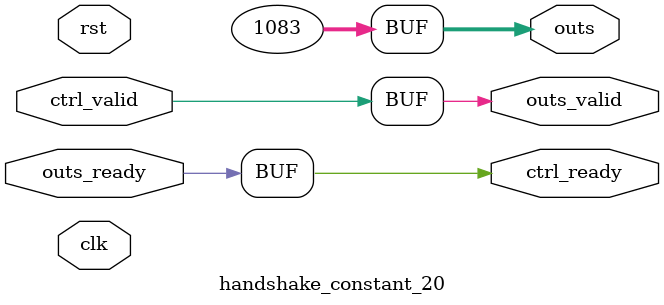
<source format=v>
`timescale 1ns / 1ps
module handshake_constant_20 #(
  parameter DATA_WIDTH = 32  // Default set to 32 bits
) (
  input                       clk,
  input                       rst,
  // Input Channel
  input                       ctrl_valid,
  output                      ctrl_ready,
  // Output Channel
  output [DATA_WIDTH - 1 : 0] outs,
  output                      outs_valid,
  input                       outs_ready
);
  assign outs       = 12'b010000111011;
  assign outs_valid = ctrl_valid;
  assign ctrl_ready = outs_ready;

endmodule

</source>
